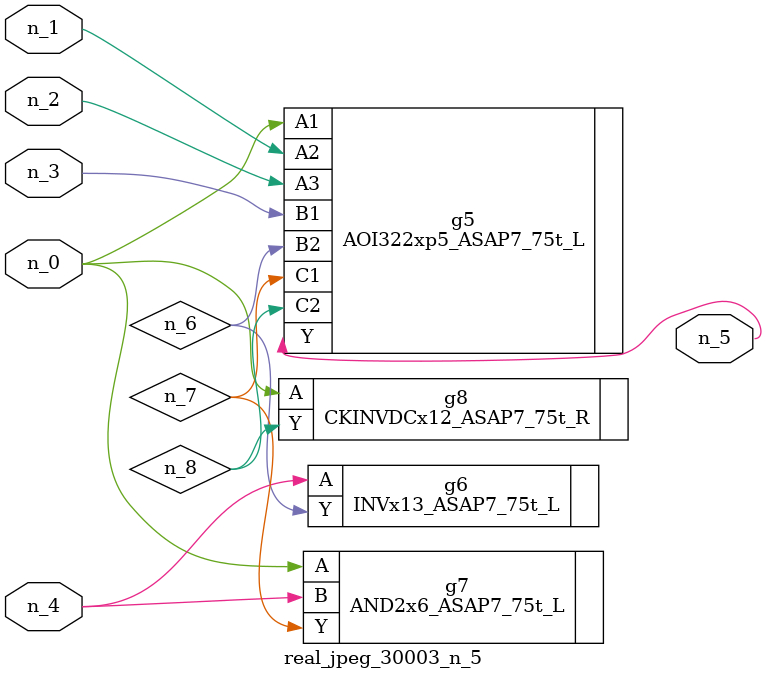
<source format=v>
module real_jpeg_30003_n_5 (n_4, n_0, n_1, n_2, n_3, n_5);

input n_4;
input n_0;
input n_1;
input n_2;
input n_3;

output n_5;

wire n_8;
wire n_6;
wire n_7;

AOI322xp5_ASAP7_75t_L g5 ( 
.A1(n_0),
.A2(n_1),
.A3(n_2),
.B1(n_3),
.B2(n_6),
.C1(n_7),
.C2(n_8),
.Y(n_5)
);

AND2x6_ASAP7_75t_L g7 ( 
.A(n_0),
.B(n_4),
.Y(n_7)
);

CKINVDCx12_ASAP7_75t_R g8 ( 
.A(n_0),
.Y(n_8)
);

INVx13_ASAP7_75t_L g6 ( 
.A(n_4),
.Y(n_6)
);


endmodule
</source>
